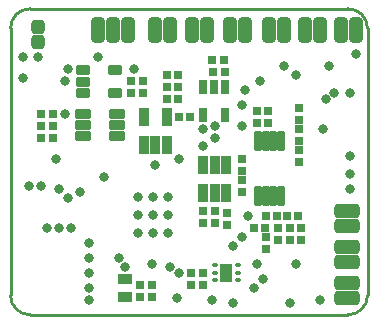
<source format=gbs>
G04*
G04 #@! TF.GenerationSoftware,Altium Limited,Altium Designer,21.3.2 (30)*
G04*
G04 Layer_Color=16711935*
%FSLAX25Y25*%
%MOIN*%
G70*
G04*
G04 #@! TF.SameCoordinates,A236C9B4-8AE0-4B67-9D85-2998E959901C*
G04*
G04*
G04 #@! TF.FilePolarity,Negative*
G04*
G01*
G75*
%ADD10C,0.01000*%
%ADD38R,0.02769X0.03162*%
%ADD39R,0.03162X0.02769*%
%ADD44R,0.03162X0.03162*%
%ADD47R,0.03162X0.03162*%
%ADD52R,0.03162X0.05131*%
G04:AMPARAMS|DCode=56|XSize=47.37mil|YSize=86.74mil|CornerRadius=13.84mil|HoleSize=0mil|Usage=FLASHONLY|Rotation=270.000|XOffset=0mil|YOffset=0mil|HoleType=Round|Shape=RoundedRectangle|*
%AMROUNDEDRECTD56*
21,1,0.04737,0.05906,0,0,270.0*
21,1,0.01968,0.08674,0,0,270.0*
1,1,0.02769,-0.02953,-0.00984*
1,1,0.02769,-0.02953,0.00984*
1,1,0.02769,0.02953,0.00984*
1,1,0.02769,0.02953,-0.00984*
%
%ADD56ROUNDEDRECTD56*%
G04:AMPARAMS|DCode=57|XSize=47.37mil|YSize=86.74mil|CornerRadius=13.84mil|HoleSize=0mil|Usage=FLASHONLY|Rotation=180.000|XOffset=0mil|YOffset=0mil|HoleType=Round|Shape=RoundedRectangle|*
%AMROUNDEDRECTD57*
21,1,0.04737,0.05906,0,0,180.0*
21,1,0.01968,0.08674,0,0,180.0*
1,1,0.02769,-0.00984,0.02953*
1,1,0.02769,0.00984,0.02953*
1,1,0.02769,0.00984,-0.02953*
1,1,0.02769,-0.00984,-0.02953*
%
%ADD57ROUNDEDRECTD57*%
G04:AMPARAMS|DCode=58|XSize=47.37mil|YSize=47.37mil|CornerRadius=13.84mil|HoleSize=0mil|Usage=FLASHONLY|Rotation=90.000|XOffset=0mil|YOffset=0mil|HoleType=Round|Shape=RoundedRectangle|*
%AMROUNDEDRECTD58*
21,1,0.04737,0.01968,0,0,90.0*
21,1,0.01968,0.04737,0,0,90.0*
1,1,0.02769,0.00984,0.00984*
1,1,0.02769,0.00984,-0.00984*
1,1,0.02769,-0.00984,-0.00984*
1,1,0.02769,-0.00984,0.00984*
%
%ADD58ROUNDEDRECTD58*%
%ADD59C,0.03300*%
G04:AMPARAMS|DCode=72|XSize=39.37mil|YSize=62.99mil|CornerRadius=1.97mil|HoleSize=0mil|Usage=FLASHONLY|Rotation=180.000|XOffset=0mil|YOffset=0mil|HoleType=Round|Shape=RoundedRectangle|*
%AMROUNDEDRECTD72*
21,1,0.03937,0.05906,0,0,180.0*
21,1,0.03543,0.06299,0,0,180.0*
1,1,0.00394,-0.01772,0.02953*
1,1,0.00394,0.01772,0.02953*
1,1,0.00394,0.01772,-0.02953*
1,1,0.00394,-0.01772,-0.02953*
%
%ADD72ROUNDEDRECTD72*%
G04:AMPARAMS|DCode=73|XSize=17.72mil|YSize=11.81mil|CornerRadius=1.95mil|HoleSize=0mil|Usage=FLASHONLY|Rotation=180.000|XOffset=0mil|YOffset=0mil|HoleType=Round|Shape=RoundedRectangle|*
%AMROUNDEDRECTD73*
21,1,0.01772,0.00791,0,0,180.0*
21,1,0.01382,0.01181,0,0,180.0*
1,1,0.00390,-0.00691,0.00396*
1,1,0.00390,0.00691,0.00396*
1,1,0.00390,0.00691,-0.00396*
1,1,0.00390,-0.00691,-0.00396*
%
%ADD73ROUNDEDRECTD73*%
G04:AMPARAMS|DCode=75|XSize=31.62mil|YSize=47.37mil|CornerRadius=6.01mil|HoleSize=0mil|Usage=FLASHONLY|Rotation=270.000|XOffset=0mil|YOffset=0mil|HoleType=Round|Shape=RoundedRectangle|*
%AMROUNDEDRECTD75*
21,1,0.03162,0.03535,0,0,270.0*
21,1,0.01961,0.04737,0,0,270.0*
1,1,0.01202,-0.01768,-0.00980*
1,1,0.01202,-0.01768,0.00980*
1,1,0.01202,0.01768,0.00980*
1,1,0.01202,0.01768,-0.00980*
%
%ADD75ROUNDEDRECTD75*%
G04:AMPARAMS|DCode=76|XSize=33.59mil|YSize=55.24mil|CornerRadius=5.92mil|HoleSize=0mil|Usage=FLASHONLY|Rotation=90.000|XOffset=0mil|YOffset=0mil|HoleType=Round|Shape=RoundedRectangle|*
%AMROUNDEDRECTD76*
21,1,0.03359,0.04341,0,0,90.0*
21,1,0.02175,0.05524,0,0,90.0*
1,1,0.01184,0.02170,0.01088*
1,1,0.01184,0.02170,-0.01088*
1,1,0.01184,-0.02170,-0.01088*
1,1,0.01184,-0.02170,0.01088*
%
%ADD76ROUNDEDRECTD76*%
%ADD77R,0.03556X0.05918*%
G04:AMPARAMS|DCode=78|XSize=25.72mil|YSize=69.02mil|CornerRadius=5.95mil|HoleSize=0mil|Usage=FLASHONLY|Rotation=0.000|XOffset=0mil|YOffset=0mil|HoleType=Round|Shape=RoundedRectangle|*
%AMROUNDEDRECTD78*
21,1,0.02572,0.05713,0,0,0.0*
21,1,0.01382,0.06902,0,0,0.0*
1,1,0.01190,0.00691,-0.02856*
1,1,0.01190,-0.00691,-0.02856*
1,1,0.01190,-0.00691,0.02856*
1,1,0.01190,0.00691,0.02856*
%
%ADD78ROUNDEDRECTD78*%
%ADD79R,0.04800X0.03300*%
D10*
X6449Y102000D02*
G03*
X0Y95551I0J-6449D01*
G01*
X119000D02*
G03*
X112550Y102000I-6449J0D01*
G01*
Y0D02*
G03*
X119000Y6449I0J6449D01*
G01*
X0D02*
G03*
X6449Y0I6449J0D01*
G01*
X112550D01*
X119000Y6449D02*
Y95551D01*
X6449Y102000D02*
X112550D01*
X0Y6449D02*
Y95551D01*
D38*
X14000Y59000D02*
D03*
X10063D02*
D03*
X93000Y25000D02*
D03*
X96937D02*
D03*
Y29000D02*
D03*
X93000D02*
D03*
X67543Y81000D02*
D03*
X71480D02*
D03*
X71000Y85000D02*
D03*
X67063D02*
D03*
D39*
X96000Y61937D02*
D03*
Y58000D02*
D03*
X77000Y41000D02*
D03*
Y44937D02*
D03*
X96000Y54937D02*
D03*
Y51000D02*
D03*
X77000Y48000D02*
D03*
Y51937D02*
D03*
X85000Y26000D02*
D03*
Y22063D02*
D03*
X89000Y29000D02*
D03*
Y25063D02*
D03*
D44*
X10000Y63000D02*
D03*
Y66937D02*
D03*
X96000Y65000D02*
D03*
Y68937D02*
D03*
X72000Y34000D02*
D03*
Y30063D02*
D03*
X44000Y77937D02*
D03*
Y74000D02*
D03*
X40000D02*
D03*
Y77937D02*
D03*
X14000Y66937D02*
D03*
Y63000D02*
D03*
X60000Y14000D02*
D03*
Y10063D02*
D03*
X64000D02*
D03*
Y14000D02*
D03*
X47000Y6063D02*
D03*
Y10000D02*
D03*
X43000D02*
D03*
Y6063D02*
D03*
D47*
X52000Y80000D02*
D03*
X55937D02*
D03*
X82000Y64000D02*
D03*
X85937D02*
D03*
X82000Y68000D02*
D03*
X85937D02*
D03*
X84937Y29000D02*
D03*
X81000D02*
D03*
X88937Y33000D02*
D03*
X85000D02*
D03*
X95937D02*
D03*
X92000D02*
D03*
X64260Y30551D02*
D03*
X68197D02*
D03*
X64260Y34551D02*
D03*
X68197D02*
D03*
X55937Y72000D02*
D03*
X52000D02*
D03*
X56000Y66000D02*
D03*
X59937D02*
D03*
X52000Y76000D02*
D03*
X55937D02*
D03*
D52*
X64000D02*
D03*
X67740D02*
D03*
X71480D02*
D03*
Y66551D02*
D03*
X64000D02*
D03*
D56*
X112000Y10500D02*
D03*
Y5500D02*
D03*
Y29500D02*
D03*
Y34500D02*
D03*
Y17500D02*
D03*
Y22500D02*
D03*
D57*
X115000Y95000D02*
D03*
X110000D02*
D03*
X103000D02*
D03*
X98000D02*
D03*
X86000D02*
D03*
X91000D02*
D03*
X78000D02*
D03*
X73000D02*
D03*
X65500D02*
D03*
X60500D02*
D03*
X39000D02*
D03*
X34000D02*
D03*
X29000D02*
D03*
X53000D02*
D03*
X48000D02*
D03*
D58*
X9000Y96000D02*
D03*
Y91000D02*
D03*
D59*
X31000Y46000D02*
D03*
X115000Y87000D02*
D03*
X113000Y53000D02*
D03*
Y47000D02*
D03*
Y42000D02*
D03*
X4000Y86000D02*
D03*
Y79000D02*
D03*
X74000Y4000D02*
D03*
X103000Y5000D02*
D03*
X93000Y4000D02*
D03*
X67000Y5000D02*
D03*
X20000Y29000D02*
D03*
X16000D02*
D03*
X12000D02*
D03*
X6000Y43000D02*
D03*
X10000D02*
D03*
X16000Y42000D02*
D03*
X19000Y39000D02*
D03*
X23000Y41000D02*
D03*
X26000Y24000D02*
D03*
Y19000D02*
D03*
Y14000D02*
D03*
Y9000D02*
D03*
Y5000D02*
D03*
X104000Y62000D02*
D03*
X77000Y70000D02*
D03*
X19000Y82000D02*
D03*
X47000Y17000D02*
D03*
X48000Y50000D02*
D03*
X105000Y72000D02*
D03*
X107886Y74000D02*
D03*
X91000Y83000D02*
D03*
X83000Y78000D02*
D03*
X95000Y80000D02*
D03*
X106000Y83000D02*
D03*
X113000Y74000D02*
D03*
X78000Y75000D02*
D03*
X95000Y17000D02*
D03*
X82000D02*
D03*
X81000Y9000D02*
D03*
X84000Y12000D02*
D03*
X77000Y63000D02*
D03*
X68000D02*
D03*
X79000Y33000D02*
D03*
X64000Y56130D02*
D03*
X68000Y59000D02*
D03*
X64000Y62000D02*
D03*
X77000Y26000D02*
D03*
X56000Y52000D02*
D03*
X29000Y86000D02*
D03*
X41000Y82000D02*
D03*
X9000Y86000D02*
D03*
X18000Y78000D02*
D03*
Y67000D02*
D03*
X15000Y52000D02*
D03*
X74000Y23000D02*
D03*
X71839Y14000D02*
D03*
X55480Y5520D02*
D03*
X36000Y19000D02*
D03*
X38000Y16000D02*
D03*
X56000Y14000D02*
D03*
X53000Y16000D02*
D03*
X42614Y39213D02*
D03*
X52614D02*
D03*
X47614D02*
D03*
X42614Y33213D02*
D03*
Y27213D02*
D03*
X47614D02*
D03*
X52614D02*
D03*
Y33213D02*
D03*
X47614D02*
D03*
D72*
X71839Y14000D02*
D03*
D73*
X68000Y16559D02*
D03*
Y14000D02*
D03*
Y11441D02*
D03*
X75677D02*
D03*
Y14000D02*
D03*
Y16559D02*
D03*
D75*
X34827Y74000D02*
D03*
Y81480D02*
D03*
X24000D02*
D03*
Y77740D02*
D03*
Y74000D02*
D03*
D76*
X35614Y67000D02*
D03*
Y63260D02*
D03*
Y59520D02*
D03*
X24000D02*
D03*
Y63260D02*
D03*
Y67000D02*
D03*
D77*
X52000Y56551D02*
D03*
X48260D02*
D03*
X44520D02*
D03*
Y66000D02*
D03*
X52000D02*
D03*
X71740Y50000D02*
D03*
X68000D02*
D03*
X64260D02*
D03*
Y40551D02*
D03*
X68000D02*
D03*
X71740D02*
D03*
D78*
X90118Y39693D02*
D03*
X87559D02*
D03*
X85000D02*
D03*
X82441D02*
D03*
X90118Y58000D02*
D03*
X87559D02*
D03*
X85000D02*
D03*
X82441D02*
D03*
D79*
X38000Y12063D02*
D03*
Y6063D02*
D03*
M02*

</source>
